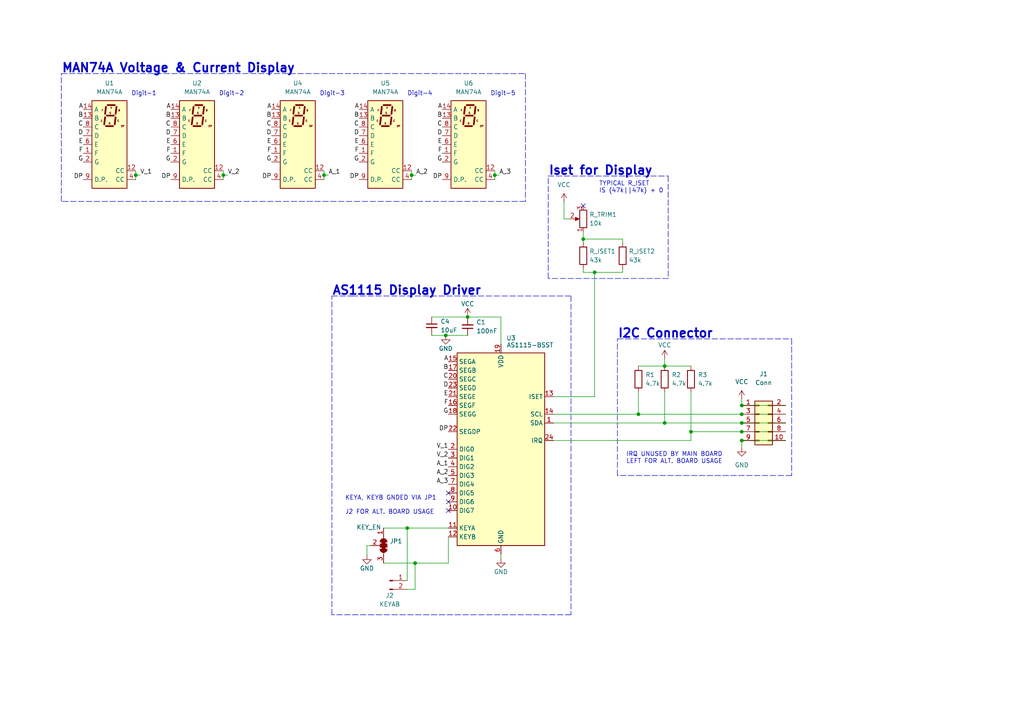
<source format=kicad_sch>
(kicad_sch (version 20211123) (generator eeschema)
  (paper "A4")
  (title_block (title "PS Display Board") (date "2022-07-30") (rev "Rev 1.1") (company "Zachary Tigchelaar"))
  (lib_symbols
    (symbol "Connector:Conn_01x02_Male" (pin_names (offset 1.016) hide)
      (property "Reference" "J" (at 0 2.54 0))
      (property "Value" "Conn_01x02_Male" (at 0 -5.08 0))
      (symbol "Conn_01x02_Male_1_1"
        (polyline (pts (xy 1.27 -2.54) (xy 0.8636 -2.54)) (stroke (width 0.1524)))
        (polyline (pts (xy 1.27 0) (xy 0.8636 0)) (stroke (width 0.1524)))
        (rectangle (start 0.8636 -2.413) (end 0 -2.667) (stroke (width 0.1524)) (fill (type outline)))
        (rectangle (start 0.8636 0.127) (end 0 -0.127) (stroke (width 0.1524)) (fill (type outline)))
        (pin passive line (at 5.08 0 180) (length 3.81) (name "Pin_1") (number "1"))
        (pin passive line (at 5.08 -2.54 180) (length 3.81) (name "Pin_2") (number "2"))
      )
    )
    (symbol "Connector_Generic:Conn_02x05_Odd_Even" (pin_names (offset 1.016) hide)
      (property "Reference" "J" (at 1.27 7.62 0))
      (property "Value" "Conn_02x05_Odd_Even" (at 1.27 -7.62 0))
      (symbol "Conn_02x05_Odd_Even_1_1"
        (rectangle (start -1.27 -4.953) (end 0 -5.207) (stroke (width 0.1524)))
        (rectangle (start -1.27 -2.413) (end 0 -2.667) (stroke (width 0.1524)))
        (rectangle (start -1.27 0.127) (end 0 -0.127) (stroke (width 0.1524)))
        (rectangle (start -1.27 2.667) (end 0 2.413) (stroke (width 0.1524)))
        (rectangle (start -1.27 5.207) (end 0 4.953) (stroke (width 0.1524)))
        (rectangle (start -1.27 6.35) (end 3.81 -6.35) (stroke (width 0.254)) (fill (type background)))
        (rectangle (start 3.81 -4.953) (end 2.54 -5.207) (stroke (width 0.1524)))
        (rectangle (start 3.81 -2.413) (end 2.54 -2.667) (stroke (width 0.1524)))
        (rectangle (start 3.81 0.127) (end 2.54 -0.127) (stroke (width 0.1524)))
        (rectangle (start 3.81 2.667) (end 2.54 2.413) (stroke (width 0.1524)))
        (rectangle (start 3.81 5.207) (end 2.54 4.953) (stroke (width 0.1524)))
        (pin passive line (at -5.08 5.08 0) (length 3.81) (name "Pin_1") (number "1"))
        (pin passive line (at 7.62 -5.08 180) (length 3.81) (name "Pin_10") (number "10"))
        (pin passive line (at 7.62 5.08 180) (length 3.81) (name "Pin_2") (number "2"))
        (pin passive line (at -5.08 2.54 0) (length 3.81) (name "Pin_3") (number "3"))
        (pin passive line (at 7.62 2.54 180) (length 3.81) (name "Pin_4") (number "4"))
        (pin passive line (at -5.08 0 0) (length 3.81) (name "Pin_5") (number "5"))
        (pin passive line (at 7.62 0 180) (length 3.81) (name "Pin_6") (number "6"))
        (pin passive line (at -5.08 -2.54 0) (length 3.81) (name "Pin_7") (number "7"))
        (pin passive line (at 7.62 -2.54 180) (length 3.81) (name "Pin_8") (number "8"))
        (pin passive line (at -5.08 -5.08 0) (length 3.81) (name "Pin_9") (number "9"))
      )
    )
    (symbol "Device:C_Small" (pin_numbers hide) (pin_names (offset 0.254) hide)
      (property "Reference" "C" (at 0.254 1.778 0))
      (property "Value" "C_Small" (at 0.254 -2.032 0))
      (symbol "C_Small_0_1"
        (polyline (pts (xy -1.524 -0.508) (xy 1.524 -0.508)) (stroke (width 0.3302)))
        (polyline (pts (xy -1.524 0.508) (xy 1.524 0.508)) (stroke (width 0.3048)))
      )
      (symbol "C_Small_1_1"
        (pin passive line (at 0 2.54 270) (length 2.032) (name "~") (number "1"))
        (pin passive line (at 0 -2.54 90) (length 2.032) (name "~") (number "2"))
      )
    )
    (symbol "Device:R" (pin_numbers hide) (pin_names (offset 0))
      (property "Reference" "R" (at 2.032 0 90))
      (property "Value" "R" (at 0 0 90))
      (symbol "R_0_1"
        (rectangle (start -1.016 -2.54) (end 1.016 2.54) (stroke (width 0.254)))
      )
      (symbol "R_1_1"
        (pin passive line (at 0 3.81 270) (length 1.27) (name "~") (number "1"))
        (pin passive line (at 0 -3.81 90) (length 1.27) (name "~") (number "2"))
      )
    )
    (symbol "Device:R_Potentiometer" (pin_names (offset 1.016) hide)
      (property "Reference" "RV" (at -4.445 0 90))
      (property "Value" "R_Potentiometer" (at -2.54 0 90))
      (symbol "R_Potentiometer_0_1"
        (polyline (pts (xy 2.54 0) (xy 1.524 0)))
        (polyline (pts (xy 1.143 0) (xy 2.286 0.508) (xy 2.286 -0.508) (xy 1.143 0)) (fill (type outline)))
        (rectangle (start 1.016 2.54) (end -1.016 -2.54) (stroke (width 0.254)))
      )
      (symbol "R_Potentiometer_1_1"
        (pin passive line (at 0 3.81 270) (length 1.27) (name "1") (number "1"))
        (pin passive line (at 3.81 0 180) (length 1.27) (name "2") (number "2"))
        (pin passive line (at 0 -3.81 90) (length 1.27) (name "3") (number "3"))
      )
    )
    (symbol "Interface_Expansion:AS1115-BSST"
      (property "Reference" "U" (at -10.16 29.21 0))
      (property "Value" "AS1115-BSST" (at 2.54 29.21 0))
      (symbol "AS1115-BSST_0_1"
        (rectangle (start -12.7 27.94) (end 12.7 -27.94) (stroke (width 0.254)) (fill (type background)))
      )
      (symbol "AS1115-BSST_1_1"
        (pin bidirectional line (at -15.24 7.62 0) (length 2.54) (name "SDA") (number "1"))
        (pin open_collector line (at 15.24 -17.78 180) (length 2.54) (name "DIG7") (number "10"))
        (pin open_collector line (at 15.24 -22.86 180) (length 2.54) (name "KEYA") (number "11"))
        (pin open_collector line (at 15.24 -25.4 180) (length 2.54) (name "KEYB") (number "12"))
        (pin passive line (at -15.24 15.24 0) (length 2.54) (name "ISET") (number "13"))
        (pin input line (at -15.24 10.16 0) (length 2.54) (name "SCL") (number "14"))
        (pin output line (at 15.24 25.4 180) (length 2.54) (name "SEGA") (number "15"))
        (pin output line (at 15.24 12.7 180) (length 2.54) (name "SEGF") (number "16"))
        (pin output line (at 15.24 22.86 180) (length 2.54) (name "SEGB") (number "17"))
        (pin output line (at 15.24 10.16 180) (length 2.54) (name "SEGG") (number "18"))
        (pin power_in line (at 0 30.48 270) (length 2.54) (name "VDD") (number "19"))
        (pin open_collector line (at 15.24 0 180) (length 2.54) (name "DIG0") (number "2"))
        (pin output line (at 15.24 20.32 180) (length 2.54) (name "SEGC") (number "20"))
        (pin output line (at 15.24 15.24 180) (length 2.54) (name "SEGE") (number "21"))
        (pin output line (at 15.24 5.08 180) (length 2.54) (name "SEGDP") (number "22"))
        (pin output line (at 15.24 17.78 180) (length 2.54) (name "SEGD") (number "23"))
        (pin open_collector line (at -15.24 2.54 0) (length 2.54) (name "IRQ") (number "24"))
        (pin open_collector line (at 15.24 -2.54 180) (length 2.54) (name "DIG1") (number "3"))
        (pin open_collector line (at 15.24 -5.08 180) (length 2.54) (name "DIG2") (number "4"))
        (pin open_collector line (at 15.24 -7.62 180) (length 2.54) (name "DIG3") (number "5"))
        (pin power_in line (at 0 -30.48 90) (length 2.54) (name "GND") (number "6"))
        (pin open_collector line (at 15.24 -10.16 180) (length 2.54) (name "DIG4") (number "7"))
        (pin open_collector line (at 15.24 -12.7 180) (length 2.54) (name "DIG5") (number "8"))
        (pin open_collector line (at 15.24 -15.24 180) (length 2.54) (name "DIG6") (number "9"))
      )
    )
    (symbol "Jumper:SolderJumper_3_Bridged123" (pin_names (offset 0) hide)
      (property "Reference" "JP" (at -2.54 -2.54 0))
      (property "Value" "SolderJumper_3_Bridged123" (at 0 2.794 0))
      (symbol "SolderJumper_3_Bridged123_0_1"
        (rectangle (start -1.016 0.508) (end -0.508 -0.508) (fill (type outline)))
        (arc (start -1.016 1.016) (mid -2.032 0) (end -1.016 -1.016))
        (arc (start -1.016 1.016) (mid -2.032 0) (end -1.016 -1.016) (fill (type outline)))
        (rectangle (start -0.508 1.016) (end 0.508 -1.016) (fill (type outline)))
        (polyline (pts (xy -2.54 0) (xy -2.032 0)))
        (polyline (pts (xy -1.016 1.016) (xy -1.016 -1.016)))
        (polyline (pts (xy 0 -1.27) (xy 0 -1.016)))
        (polyline (pts (xy 1.016 1.016) (xy 1.016 -1.016)))
        (polyline (pts (xy 2.54 0) (xy 2.032 0)))
        (rectangle (start 0.508 0.508) (end 1.016 -0.508) (fill (type outline)))
        (arc (start 1.016 -1.016) (mid 2.032 0) (end 1.016 1.016))
        (arc (start 1.016 -1.016) (mid 2.032 0) (end 1.016 1.016) (fill (type outline)))
      )
      (symbol "SolderJumper_3_Bridged123_1_1"
        (pin passive line (at -5.08 0 0) (length 2.54) (name "A") (number "1"))
        (pin input line (at 0 -3.81 90) (length 2.54) (name "C") (number "2"))
        (pin passive line (at 5.08 0 180) (length 2.54) (name "B") (number "3"))
      )
    )
    (symbol "personal:MAN74A" (pin_names (offset 0.635))
      (property "Reference" "U" (at -2.54 13.97 0))
      (property "Value" "MAN74A" (at 2.794 -14.224 0))
      (symbol "MAN74A_0_0"
        (text "A" (at 0.508 10.668 0) (effects (font (size 0.508 0.508))))
        (text "B" (at 2.794 9.906 0) (effects (font (size 0.508 0.508))))
        (text "C" (at 2.54 6.858 0) (effects (font (size 0.508 0.508))))
        (text "D" (at 0 6.096 0) (effects (font (size 0.508 0.508))))
        (text "DP" (at 3.81 5.334 0) (effects (font (size 0.508 0.508))))
        (text "E" (at -2.286 6.858 0) (effects (font (size 0.508 0.508))))
        (text "F" (at -2.032 9.906 0) (effects (font (size 0.508 0.508))))
        (text "G" (at 0.254 9.144 0) (effects (font (size 0.508 0.508))))
      )
      (symbol "MAN74A_0_1"
        (rectangle (start -5.08 12.7) (end 5.08 -12.7) (stroke (width 0.254)) (fill (type background)))
        (polyline (pts (xy -1.27 7.874) (xy -1.524 5.842)) (stroke (width 0.508)))
        (polyline (pts (xy -1.016 5.334) (xy 1.016 5.334)) (stroke (width 0.508)))
        (polyline (pts (xy -1.016 10.922) (xy -1.27 8.89)) (stroke (width 0.508)))
        (polyline (pts (xy -0.762 8.382) (xy 1.27 8.382)) (stroke (width 0.508)))
        (polyline (pts (xy -0.508 11.43) (xy 1.524 11.43)) (stroke (width 0.508)))
        (polyline (pts (xy 1.778 7.874) (xy 1.524 5.842)) (stroke (width 0.508)))
        (polyline (pts (xy 2.032 10.922) (xy 1.778 8.89)) (stroke (width 0.508)))
        (polyline (pts (xy 2.794 5.334) (xy 2.794 5.334)) (stroke (width 0.508)))
      )
      (symbol "MAN74A_1_1"
        (pin input line (at -7.62 -2.54 0) (length 2.54) (name "F") (number "1"))
        (pin input line (at 7.62 -7.62 180) (length 2.54) (name "CC") (number "12"))
        (pin input line (at -7.62 7.62 0) (length 2.54) (name "B") (number "13"))
        (pin input line (at -7.62 10.16 0) (length 2.54) (name "A") (number "14"))
        (pin input line (at -7.62 -5.08 0) (length 2.54) (name "G") (number "2"))
        (pin input line (at 7.62 -10.16 180) (length 2.54) (name "CC") (number "4"))
        (pin input line (at -7.62 0 0) (length 2.54) (name "E") (number "6"))
        (pin input line (at -7.62 2.54 0) (length 2.54) (name "D") (number "7"))
        (pin input line (at -7.62 5.08 0) (length 2.54) (name "C") (number "8"))
        (pin input line (at -7.62 -10.16 0) (length 2.54) (name "D.P.") (number "9"))
      )
    )
    (symbol "power:GND" (power) (pin_names (offset 0))
      (property "Value" "GND" (at 0 -3.81 0))
      (symbol "GND_0_1"
        (polyline (pts (xy 0 0) (xy 0 -1.27) (xy 1.27 -1.27) (xy 0 -2.54) (xy -1.27 -1.27) (xy 0 -1.27)))
      )
      (symbol "GND_1_1"
        (pin power_in line (at 0 0 270) (length 0) hide (name "GND") (number "1"))
      )
    )
    (symbol "power:VCC" (power) (pin_names (offset 0))
      (property "Value" "VCC" (at 0 3.81 0))
      (symbol "VCC_0_1"
        (polyline (pts (xy -0.762 1.27) (xy 0 2.54)))
        (polyline (pts (xy 0 0) (xy 0 2.54)))
        (polyline (pts (xy 0 2.54) (xy 0.762 1.27)))
      )
      (symbol "VCC_1_1"
        (pin power_in line (at 0 0 90) (length 0) hide (name "VCC") (number "1"))
      )
    )
  )
  (junction (at 185.166 120.142))
  (junction (at 135.636 91.948))
  (junction (at 64.77 50.8))
  (junction (at 192.786 122.682))
  (junction (at 120.396 163.322))
  (junction (at 215.138 127.762))
  (junction (at 39.37 50.8))
  (junction (at 192.786 106.172))
  (junction (at 129.286 97.282))
  (junction (at 143.51 50.8))
  (junction (at 119.38 50.8))
  (junction (at 215.138 120.142))
  (junction (at 215.138 117.602))
  (junction (at 215.138 122.682))
  (junction (at 200.406 125.222))
  (junction (at 172.466 78.994))
  (junction (at 118.11 153.162))
  (junction (at 93.98 50.8))
  (junction (at 169.164 69.342))
  (junction (at 215.138 125.222))
  (no_connect (at 130.048 143.002))
  (no_connect (at 130.048 148.082))
  (no_connect (at 130.048 145.542))
  (no_connect (at 169.164 59.69))
  (wire (pts (xy 143.51 49.53) (xy 143.51 50.8)))
  (wire (pts (xy 180.594 78.994) (xy 180.594 77.978)))
  (wire (pts (xy 129.286 97.282) (xy 135.636 97.282)))
  (wire (pts (xy 169.164 69.342) (xy 169.164 70.358)))
  (wire (pts (xy 135.636 91.948) (xy 145.288 91.948)))
  (wire (pts (xy 130.048 163.322) (xy 120.396 163.322)))
  (wire (pts (xy 185.166 120.142) (xy 185.166 113.792)))
  (wire (pts (xy 172.466 115.062) (xy 172.466 78.994)))
  (polyline (pts (xy 179.07 137.922) (xy 179.07 98.298)))
  (polyline (pts (xy 102.108 85.852) (xy 165.608 85.852)))
  (polyline (pts (xy 179.07 98.298) (xy 229.616 98.298)))
  (wire (pts (xy 160.528 115.062) (xy 172.466 115.062)))
  (wire (pts (xy 192.786 122.682) (xy 215.138 122.682)))
  (polyline (pts (xy 229.616 98.298) (xy 229.616 137.922)))
  (wire (pts (xy 93.98 50.8) (xy 95.25 50.8)))
  (wire (pts (xy 39.37 49.53) (xy 39.37 50.8)))
  (wire (pts (xy 118.11 153.162) (xy 130.048 153.162)))
  (wire (pts (xy 125.222 91.948) (xy 135.636 91.948)))
  (wire (pts (xy 169.164 69.342) (xy 180.594 69.342)))
  (wire (pts (xy 215.138 117.602) (xy 227.838 117.602)))
  (wire (pts (xy 120.396 163.322) (xy 111.252 163.322)))
  (polyline (pts (xy 165.608 178.308) (xy 96.266 178.308)))
  (wire (pts (xy 119.38 50.8) (xy 119.38 52.07)))
  (wire (pts (xy 118.11 153.162) (xy 118.11 168.402)))
  (wire (pts (xy 64.77 50.8) (xy 66.04 50.8)))
  (wire (pts (xy 215.138 122.682) (xy 227.838 122.682)))
  (polyline (pts (xy 193.802 80.772) (xy 159.004 80.772)))
  (wire (pts (xy 111.252 153.162) (xy 118.11 153.162)))
  (wire (pts (xy 130.048 155.702) (xy 130.048 163.322)))
  (polyline (pts (xy 17.78 21.336) (xy 152.4 21.336)))
  (wire (pts (xy 200.406 125.222) (xy 215.138 125.222)))
  (wire (pts (xy 169.164 78.994) (xy 172.466 78.994)))
  (wire (pts (xy 160.528 127.762) (xy 200.406 127.762)))
  (polyline (pts (xy 229.616 137.922) (xy 179.07 137.922)))
  (wire (pts (xy 119.38 49.53) (xy 119.38 50.8)))
  (wire (pts (xy 64.77 50.8) (xy 64.77 52.07)))
  (wire (pts (xy 143.51 50.8) (xy 143.51 52.07)))
  (wire (pts (xy 93.98 49.53) (xy 93.98 50.8)))
  (wire (pts (xy 192.786 104.14) (xy 192.786 106.172)))
  (wire (pts (xy 135.636 92.202) (xy 135.636 91.948)))
  (polyline (pts (xy 96.266 178.308) (xy 96.266 85.852)))
  (wire (pts (xy 107.442 158.242) (xy 106.426 158.242)))
  (wire (pts (xy 125.222 97.282) (xy 125.222 97.028)))
  (wire (pts (xy 172.466 78.994) (xy 180.594 78.994)))
  (wire (pts (xy 215.138 120.142) (xy 227.838 120.142)))
  (polyline (pts (xy 17.78 58.42) (xy 17.78 21.336)))
  (wire (pts (xy 106.426 158.242) (xy 106.426 161.036)))
  (polyline (pts (xy 165.608 85.852) (xy 165.608 178.308)))
  (wire (pts (xy 119.38 50.8) (xy 120.65 50.8)))
  (wire (pts (xy 169.164 78.994) (xy 169.164 77.978)))
  (wire (pts (xy 185.166 106.172) (xy 192.786 106.172)))
  (wire (pts (xy 215.138 127.762) (xy 215.138 129.794)))
  (wire (pts (xy 163.576 63.5) (xy 163.576 58.674)))
  (polyline (pts (xy 193.802 51.054) (xy 193.802 80.772)))
  (wire (pts (xy 192.786 106.172) (xy 200.406 106.172)))
  (wire (pts (xy 185.166 120.142) (xy 215.138 120.142)))
  (wire (pts (xy 120.396 163.322) (xy 120.396 170.942)))
  (wire (pts (xy 165.354 63.5) (xy 163.576 63.5)))
  (wire (pts (xy 180.594 69.342) (xy 180.594 70.358)))
  (wire (pts (xy 120.396 170.942) (xy 118.11 170.942)))
  (wire (pts (xy 160.528 120.142) (xy 185.166 120.142)))
  (polyline (pts (xy 159.004 80.772) (xy 159.004 51.054)))
  (wire (pts (xy 215.138 125.222) (xy 227.838 125.222)))
  (wire (pts (xy 215.138 127.762) (xy 227.838 127.762)))
  (wire (pts (xy 64.77 49.53) (xy 64.77 50.8)))
  (wire (pts (xy 215.138 115.824) (xy 215.138 117.602)))
  (polyline (pts (xy 96.266 85.852) (xy 102.108 85.852)))
  (wire (pts (xy 145.288 160.782) (xy 145.288 162.052)))
  (wire (pts (xy 39.37 50.8) (xy 40.64 50.8)))
  (polyline (pts (xy 159.004 51.054) (xy 193.802 51.054)))
  (wire (pts (xy 200.406 127.762) (xy 200.406 125.222)))
  (wire (pts (xy 192.786 122.682) (xy 192.786 113.792)))
  (wire (pts (xy 125.222 97.282) (xy 129.286 97.282)))
  (wire (pts (xy 39.37 50.8) (xy 39.37 52.07)))
  (wire (pts (xy 93.98 50.8) (xy 93.98 52.07)))
  (wire (pts (xy 145.288 91.948) (xy 145.288 99.822)))
  (polyline (pts (xy 152.4 58.42) (xy 17.78 58.42)))
  (wire (pts (xy 200.406 125.222) (xy 200.406 113.792)))
  (polyline (pts (xy 152.4 21.336) (xy 152.4 58.42)))
  (wire (pts (xy 169.164 67.31) (xy 169.164 69.342)))
  (wire (pts (xy 143.51 50.8) (xy 144.78 50.8)))
  (wire (pts (xy 160.528 122.682) (xy 192.786 122.682)))
  (text "TYPICAL R_ISET \nIS (47k||47k) + 0 \n" (at 173.736 56.134 0) (effects (font (size 1.27 1.27)) (justify left bottom)))
  (text "I2C Connector" (at 179.07 98.298 0) (effects (font (size 2.54 2.54) (thickness 0.508) bold) (justify left bottom)))
  (text "Digit-3" (at 92.71 27.94 0) (effects (font (size 1.27 1.27)) (justify left bottom)))
  (text "AS1115 Display Driver" (at 96.266 85.852 0) (effects (font (size 2.54 2.54) (thickness 0.508) bold) (justify left bottom)))
  (text "KEYA, KEYB GNDED VIA JP1\n\nJ2 FOR ALT. BOARD USAGE\n\n" (at 100.076 151.384 0) (effects (font (size 1.27 1.27)) (justify left bottom)))
  (text "Digit-4" (at 118.11 27.94 0) (effects (font (size 1.27 1.27)) (justify left bottom)))
  (text "Iset for Display" (at 159.004 51.054 0) (effects (font (size 2.54 2.54) (thickness 0.508) bold) (justify left bottom)))
  (text "Digit-5" (at 142.24 27.94 0) (effects (font (size 1.27 1.27)) (justify left bottom)))
  (text "Digit-2" (at 63.5 27.94 0) (effects (font (size 1.27 1.27)) (justify left bottom)))
  (text "MAN74A Voltage & Current Display" (at 17.78 21.336 0) (effects (font (size 2.54 2.54) (thickness 0.508) bold) (justify left bottom)))
  (text "Digit-1" (at 38.1 27.94 0) (effects (font (size 1.27 1.27)) (justify left bottom)))
  (text "IRQ UNUSED BY MAIN BOARD\nLEFT FOR ALT. BOARD USAGE" (at 181.61 134.62 0) (effects (font (size 1.27 1.27)) (justify left bottom)))
  (label "D" (at 128.27 39.37 180))
  (label "A_1" (at 130.048 135.382 180))
  (label "E" (at 128.27 41.91 180))
  (label "C" (at 104.14 36.83 180))
  (label "A_2" (at 120.65 50.8 0))
  (label "F" (at 128.27 44.45 180))
  (label "B" (at 130.048 107.442 180))
  (label "B" (at 104.14 34.29 180))
  (label "A_3" (at 144.78 50.8 0))
  (label "A" (at 104.14 31.75 180))
  (label "C" (at 128.27 36.83 180))
  (label "G" (at 128.27 46.99 180))
  (label "A" (at 128.27 31.75 180))
  (label "D" (at 78.74 39.37 180))
  (label "C" (at 78.74 36.83 180))
  (label "D" (at 130.048 112.522 180))
  (label "E" (at 130.048 115.062 180))
  (label "DP" (at 104.14 52.07 180))
  (label "G" (at 78.74 46.99 180))
  (label "B" (at 78.74 34.29 180))
  (label "E" (at 49.53 41.91 180))
  (label "E" (at 24.13 41.91 180))
  (label "DP" (at 78.74 52.07 180))
  (label "DP" (at 24.13 52.07 180))
  (label "V_2" (at 130.048 132.842 180))
  (label "E" (at 104.14 41.91 180))
  (label "D" (at 104.14 39.37 180))
  (label "A_2" (at 130.048 137.922 180))
  (label "A_3" (at 130.048 140.462 180))
  (label "D" (at 49.53 39.37 180))
  (label "A_1" (at 95.25 50.8 0))
  (label "B" (at 128.27 34.29 180))
  (label "A" (at 78.74 31.75 180))
  (label "DP" (at 49.53 52.07 180))
  (label "A" (at 49.53 31.75 180))
  (label "G" (at 104.14 46.99 180))
  (label "A" (at 130.048 104.902 180))
  (label "B" (at 49.53 34.29 180))
  (label "F" (at 104.14 44.45 180))
  (label "V_2" (at 66.04 50.8 0))
  (label "F" (at 49.53 44.45 180))
  (label "G" (at 24.13 46.99 180))
  (label "E" (at 78.74 41.91 180))
  (label "V_1" (at 130.048 130.302 180))
  (label "F" (at 24.13 44.45 180))
  (label "G" (at 49.53 46.99 180))
  (label "F" (at 130.048 117.602 180))
  (label "B" (at 24.13 34.29 180))
  (label "A" (at 24.13 31.75 180))
  (label "DP" (at 128.27 52.07 180))
  (label "C" (at 24.13 36.83 180))
  (label "V_1" (at 40.64 50.8 0))
  (label "G" (at 130.048 120.142 180))
  (label "DP" (at 130.048 125.222 180))
  (label "F" (at 78.74 44.45 180))
  (label "D" (at 24.13 39.37 180))
  (label "C" (at 49.53 36.83 180))
  (label "C" (at 130.048 109.982 180))
  (symbol (lib_id "Device:R") (at 192.786 109.982 0) (unit 1)
    (property "Reference" "R2" (at 194.818 108.712 0) (effects (justify left)))
    (property "Value" "4.7k" (at 194.818 111.252 0) (effects (justify left)))
    (property "Footprint" "Resistor_SMD:R_0603_1608Metric_Pad0.98x0.95mm_HandSolder" (effects hide))
  )
  (symbol (lib_id "Interface_Expansion:AS1115-BSST") (at 145.288 130.302 0) (mirror y) (unit 1)
    (property "Reference" "U3" (at 149.606 98.044 0) (effects (justify left)))
    (property "Value" "AS1115-BSST" (at 160.528 100.076 0) (effects (justify left)))
    (property "Footprint" "Package_SO:QSOP-24_3.9x8.7mm_P0.635mm" (effects hide))
    (property "Datasheet" "https://ams.com/documents/20143/36005/AS1115_DS000206_1-00.pdf/3d3e6d35-b184-1329-adf9-2d769eb2404f" (effects hide))
  )
  (symbol (lib_id "power:GND") (at 129.286 97.282 0) (unit 1)
    (property "Reference" "#PWR019" (effects hide))
    (property "Value" "GND" (at 129.286 101.092 0))
  )
  (symbol (lib_id "Device:R") (at 180.594 74.168 0) (unit 1)
    (property "Reference" "R_ISET2" (at 182.372 72.898 0) (effects (justify left)))
    (property "Value" "43k" (at 182.372 75.4379 0) (effects (justify left)))
    (property "Footprint" "Resistor_SMD:R_0603_1608Metric_Pad0.98x0.95mm_HandSolder" (effects hide))
  )
  (symbol (lib_id "power:VCC") (at 135.636 91.948 0) (unit 1)
    (property "Reference" "#PWR?" (effects hide))
    (property "Value" "VCC" (at 135.636 88.138 0))
  )
  (symbol (lib_id "Device:R") (at 169.164 74.168 0) (unit 1)
    (property "Reference" "R_ISET1" (at 170.942 72.898 0) (effects (justify left)))
    (property "Value" "43k" (at 170.942 75.4379 0) (effects (justify left)))
    (property "Footprint" "Resistor_SMD:R_0603_1608Metric_Pad0.98x0.95mm_HandSolder" (effects hide))
  )
  (symbol (lib_id "personal:MAN74A") (at 135.89 41.91 0) (unit 1)
    (property "Reference" "U6" (at 135.89 24.13 0))
    (property "Value" "MAN74A" (at 135.89 26.67 0))
    (property "Footprint" "personal:MAN74A" (effects hide))
    (property "Datasheet" "https://datasheetspdf.com/pdf-file/403859/Fairchild/MAN74A/1" (effects hide))
  )
  (symbol (lib_id "Jumper:SolderJumper_3_Bridged123") (at 111.252 158.242 270) (unit 1)
    (property "Reference" "JP1" (at 113.03 156.9719 90) (effects (justify left)))
    (property "Value" "KEY_EN" (at 103.378 152.908 90) (effects (justify left)))
    (property "Footprint" "Jumper:SolderJumper-3_P1.3mm_Open_Pad1.0x1.5mm_NumberLabels" (effects hide))
  )
  (symbol (lib_id "Device:R_Potentiometer") (at 169.164 63.5 180) (unit 1)
    (property "Reference" "R_TRIM1" (at 170.942 62.2299 0) (effects (justify right)))
    (property "Value" "10k" (at 170.942 64.7699 0) (effects (justify right)))
    (property "Footprint" "personal:Potentiometer_Bourns_3362P_Vertical" (effects hide))
  )
  (symbol (lib_id "Device:R") (at 185.166 109.982 0) (unit 1)
    (property "Reference" "R1" (at 187.198 108.712 0) (effects (justify left)))
    (property "Value" "4.7k" (at 187.198 111.252 0) (effects (justify left)))
    (property "Footprint" "Resistor_SMD:R_0603_1608Metric_Pad0.98x0.95mm_HandSolder" (effects hide))
  )
  (symbol (lib_id "power:GND") (at 145.288 162.052 0) (mirror y) (unit 1)
    (property "Reference" "#PWR0101" (effects hide))
    (property "Value" "GND" (at 145.288 165.862 0))
  )
  (symbol (lib_id "Connector_Generic:Conn_02x05_Odd_Even") (at 220.218 122.682 0) (unit 1)
    (property "Reference" "J1" (at 221.488 108.458 0))
    (property "Value" "Conn" (at 221.488 110.998 0))
    (property "Footprint" "personal:DISPIO10" (effects hide))
  )
  (symbol (lib_id "power:GND") (at 215.138 129.794 0) (unit 1)
    (property "Reference" "#PWR017" (effects hide))
    (property "Value" "GND" (at 215.138 134.874 0))
  )
  (symbol (lib_id "Device:C_Small") (at 125.222 94.488 0) (unit 1)
    (property "Reference" "C4" (at 127.762 93.2242 0) (effects (justify left)))
    (property "Value" "10uF" (at 127.762 95.7642 0) (effects (justify left)))
    (property "Footprint" "Capacitor_THT:C_Radial_D4.0mm_H5.0mm_P1.50mm" (effects hide))
  )
  (symbol (lib_id "personal:MAN74A") (at 57.15 41.91 0) (unit 1)
    (property "Reference" "U2" (at 57.15 24.13 0))
    (property "Value" "MAN74A" (at 57.15 26.67 0))
    (property "Footprint" "personal:MAN74A" (effects hide))
    (property "Datasheet" "https://datasheetspdf.com/pdf-file/403859/Fairchild/MAN74A/1" (effects hide))
  )
  (symbol (lib_id "Device:R") (at 200.406 109.982 0) (unit 1)
    (property "Reference" "R3" (at 202.438 108.712 0) (effects (justify left)))
    (property "Value" "4.7k" (at 202.438 111.252 0) (effects (justify left)))
    (property "Footprint" "Resistor_SMD:R_0603_1608Metric_Pad0.98x0.95mm_HandSolder" (effects hide))
  )
  (symbol (lib_id "personal:MAN74A") (at 86.36 41.91 0) (unit 1)
    (property "Reference" "U4" (at 86.36 24.13 0))
    (property "Value" "MAN74A" (at 86.36 26.67 0))
    (property "Footprint" "personal:MAN74A" (effects hide))
    (property "Datasheet" "https://datasheetspdf.com/pdf-file/403859/Fairchild/MAN74A/1" (effects hide))
  )
  (symbol (lib_id "personal:MAN74A") (at 31.75 41.91 0) (unit 1)
    (property "Reference" "U1" (at 31.75 24.13 0))
    (property "Value" "MAN74A" (at 31.75 26.67 0))
    (property "Footprint" "personal:MAN74A" (effects hide))
    (property "Datasheet" "https://datasheetspdf.com/pdf-file/403859/Fairchild/MAN74A/1" (effects hide))
  )
  (symbol (lib_id "power:VCC") (at 215.138 115.824 0) (unit 1)
    (property "Reference" "#PWR?" (effects hide))
    (property "Value" "VCC" (at 215.138 110.744 0))
  )
  (symbol (lib_id "personal:MAN74A") (at 111.76 41.91 0) (unit 1)
    (property "Reference" "U5" (at 111.76 24.13 0))
    (property "Value" "MAN74A" (at 111.76 26.67 0))
    (property "Footprint" "personal:MAN74A" (effects hide))
    (property "Datasheet" "https://datasheetspdf.com/pdf-file/403859/Fairchild/MAN74A/1" (effects hide))
  )
  (symbol (lib_id "power:GND") (at 106.426 161.036 0) (mirror y) (unit 1)
    (property "Reference" "#PWR0103" (effects hide))
    (property "Value" "GND" (at 106.426 164.846 0))
  )
  (symbol (lib_id "Device:C_Small") (at 135.636 94.742 180) (unit 1)
    (property "Reference" "C1" (at 138.176 93.4655 0) (effects (justify right)))
    (property "Value" "100nF" (at 138.176 96.0055 0) (effects (justify right)))
    (property "Footprint" "Capacitor_SMD:C_0603_1608Metric_Pad1.08x0.95mm_HandSolder" (effects hide))
  )
  (symbol (lib_id "power:VCC") (at 163.576 58.674 0) (unit 1)
    (property "Reference" "#PWR?" (effects hide))
    (property "Value" "VCC" (at 163.576 53.594 0))
  )
  (symbol (lib_id "power:VCC") (at 192.786 104.14 0) (unit 1)
    (property "Reference" "#PWR?" (effects hide))
    (property "Value" "VCC" (at 192.786 100.076 0))
  )
  (symbol (lib_id "Connector:Conn_01x02_Male") (at 113.03 168.402 0) (unit 1)
    (property "Reference" "J2" (at 113.03 172.72 0))
    (property "Value" "KEYAB" (at 113.03 175.26 0))
    (property "Footprint" "Connector_PinHeader_2.54mm:PinHeader_1x02_P2.54mm_Vertical" (effects hide))
  )
)
</source>
